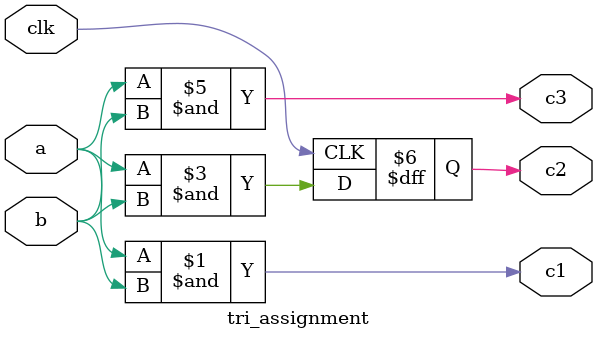
<source format=v>
module tri_assignment(
	input wire	clk,
	input wire	a,
	input wire	b,
	output wire	c1,
	output reg	c2,
	output reg	c3
	);

assign c1 = a&b;

always @(posedge clk)
	begin
		c2 <= a&b;
	end

//always @(a or b) begin
always @(*) begin
	c3 <= a&b;
end

endmodule
</source>
